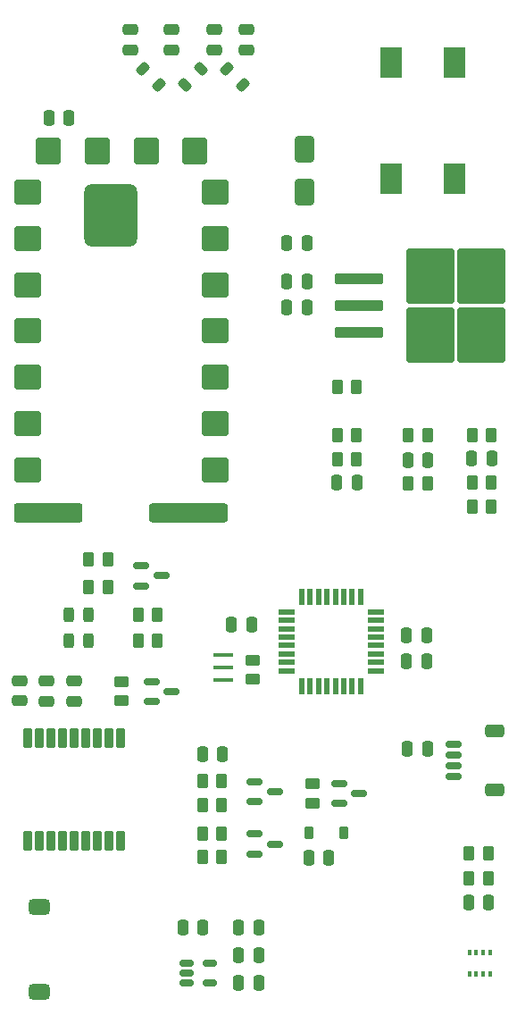
<source format=gbr>
%TF.GenerationSoftware,KiCad,Pcbnew,9.0.0*%
%TF.CreationDate,2025-06-23T20:21:27-05:00*%
%TF.ProjectId,ptFlex,7074466c-6578-42e6-9b69-6361645f7063,rev?*%
%TF.SameCoordinates,Original*%
%TF.FileFunction,Paste,Top*%
%TF.FilePolarity,Positive*%
%FSLAX46Y46*%
G04 Gerber Fmt 4.6, Leading zero omitted, Abs format (unit mm)*
G04 Created by KiCad (PCBNEW 9.0.0) date 2025-06-23 20:21:27*
%MOMM*%
%LPD*%
G01*
G04 APERTURE LIST*
G04 Aperture macros list*
%AMRoundRect*
0 Rectangle with rounded corners*
0 $1 Rounding radius*
0 $2 $3 $4 $5 $6 $7 $8 $9 X,Y pos of 4 corners*
0 Add a 4 corners polygon primitive as box body*
4,1,4,$2,$3,$4,$5,$6,$7,$8,$9,$2,$3,0*
0 Add four circle primitives for the rounded corners*
1,1,$1+$1,$2,$3*
1,1,$1+$1,$4,$5*
1,1,$1+$1,$6,$7*
1,1,$1+$1,$8,$9*
0 Add four rect primitives between the rounded corners*
20,1,$1+$1,$2,$3,$4,$5,0*
20,1,$1+$1,$4,$5,$6,$7,0*
20,1,$1+$1,$6,$7,$8,$9,0*
20,1,$1+$1,$8,$9,$2,$3,0*%
G04 Aperture macros list end*
%ADD10RoundRect,0.250000X0.262500X0.450000X-0.262500X0.450000X-0.262500X-0.450000X0.262500X-0.450000X0*%
%ADD11RoundRect,0.375000X0.625000X-0.375000X0.625000X0.375000X-0.625000X0.375000X-0.625000X-0.375000X0*%
%ADD12RoundRect,0.250000X-0.262500X-0.450000X0.262500X-0.450000X0.262500X0.450000X-0.262500X0.450000X0*%
%ADD13RoundRect,0.250000X0.250000X0.475000X-0.250000X0.475000X-0.250000X-0.475000X0.250000X-0.475000X0*%
%ADD14RoundRect,0.250000X-0.250000X-0.475000X0.250000X-0.475000X0.250000X0.475000X-0.250000X0.475000X0*%
%ADD15RoundRect,0.243750X-0.243750X-0.456250X0.243750X-0.456250X0.243750X0.456250X-0.243750X0.456250X0*%
%ADD16RoundRect,0.250000X-0.475000X0.250000X-0.475000X-0.250000X0.475000X-0.250000X0.475000X0.250000X0*%
%ADD17RoundRect,0.150000X-0.587500X-0.150000X0.587500X-0.150000X0.587500X0.150000X-0.587500X0.150000X0*%
%ADD18R,1.600000X0.550000*%
%ADD19R,0.550000X1.600000*%
%ADD20RoundRect,0.150000X-0.512500X-0.150000X0.512500X-0.150000X0.512500X0.150000X-0.512500X0.150000X0*%
%ADD21RoundRect,0.250000X0.475000X-0.250000X0.475000X0.250000X-0.475000X0.250000X-0.475000X-0.250000X0*%
%ADD22RoundRect,0.250000X0.450000X-0.262500X0.450000X0.262500X-0.450000X0.262500X-0.450000X-0.262500X0*%
%ADD23RoundRect,0.115000X1.135000X1.035000X-1.135000X1.035000X-1.135000X-1.035000X1.135000X-1.035000X0*%
%ADD24RoundRect,0.115000X1.035000X1.135000X-1.035000X1.135000X-1.035000X-1.135000X1.035000X-1.135000X0*%
%ADD25RoundRect,0.270000X3.480000X0.630000X-3.480000X0.630000X-3.480000X-0.630000X3.480000X-0.630000X0*%
%ADD26RoundRect,0.270000X2.980000X0.630000X-2.980000X0.630000X-2.980000X-0.630000X2.980000X-0.630000X0*%
%ADD27RoundRect,0.750000X1.750000X2.250000X-1.750000X2.250000X-1.750000X-2.250000X1.750000X-2.250000X0*%
%ADD28RoundRect,0.080000X0.320000X-0.820000X0.320000X0.820000X-0.320000X0.820000X-0.320000X-0.820000X0*%
%ADD29RoundRect,0.218750X-0.114905X0.424264X-0.424264X0.114905X0.114905X-0.424264X0.424264X-0.114905X0*%
%ADD30RoundRect,0.250000X-0.450000X0.262500X-0.450000X-0.262500X0.450000X-0.262500X0.450000X0.262500X0*%
%ADD31RoundRect,0.250000X-2.050000X-0.300000X2.050000X-0.300000X2.050000X0.300000X-2.050000X0.300000X0*%
%ADD32RoundRect,0.250000X-2.025000X-2.375000X2.025000X-2.375000X2.025000X2.375000X-2.025000X2.375000X0*%
%ADD33RoundRect,0.218750X0.424264X0.114905X0.114905X0.424264X-0.424264X-0.114905X-0.114905X-0.424264X0*%
%ADD34R,1.900000X0.400000*%
%ADD35R,2.000000X3.000000*%
%ADD36R,0.350000X0.500000*%
%ADD37RoundRect,0.225000X-0.225000X-0.375000X0.225000X-0.375000X0.225000X0.375000X-0.225000X0.375000X0*%
%ADD38RoundRect,0.250000X0.650000X-1.000000X0.650000X1.000000X-0.650000X1.000000X-0.650000X-1.000000X0*%
%ADD39RoundRect,0.150000X0.625000X-0.150000X0.625000X0.150000X-0.625000X0.150000X-0.625000X-0.150000X0*%
%ADD40RoundRect,0.250000X0.650000X-0.350000X0.650000X0.350000X-0.650000X0.350000X-0.650000X-0.350000X0*%
G04 APERTURE END LIST*
D10*
%TO.C,R11*%
X157508500Y-96146000D03*
X155683500Y-96146000D03*
%TD*%
D11*
%TO.C,ANT1*%
X120646000Y-136346000D03*
X120646000Y-144346000D03*
%TD*%
D12*
%TO.C,R14*%
X125333500Y-106046000D03*
X127158500Y-106046000D03*
%TD*%
%TO.C,R9*%
X161733500Y-98399333D03*
X163558500Y-98399333D03*
%TD*%
%TO.C,R20*%
X136133500Y-126646000D03*
X137958500Y-126646000D03*
%TD*%
D13*
%TO.C,C15*%
X138050000Y-121800000D03*
X136150000Y-121800000D03*
%TD*%
D14*
%TO.C,C10*%
X139596000Y-143546000D03*
X141496000Y-143546000D03*
%TD*%
D15*
%TO.C,D2*%
X123462500Y-111046000D03*
X125337500Y-111046000D03*
%TD*%
D12*
%TO.C,R18*%
X136133500Y-131546000D03*
X137958500Y-131546000D03*
%TD*%
D16*
%TO.C,C21*%
X140346000Y-53196000D03*
X140346000Y-55096000D03*
%TD*%
D13*
%TO.C,C18*%
X150796000Y-96139333D03*
X148896000Y-96139333D03*
%TD*%
%TO.C,C3*%
X146046000Y-77086000D03*
X144146000Y-77086000D03*
%TD*%
D12*
%TO.C,R12*%
X155683500Y-91646000D03*
X157508500Y-91646000D03*
%TD*%
%TO.C,R7*%
X161408500Y-133571000D03*
X163233500Y-133571000D03*
%TD*%
D17*
%TO.C,Q5*%
X141122526Y-124446000D03*
X141122526Y-126346000D03*
X142997526Y-125396000D03*
%TD*%
D18*
%TO.C,U3*%
X144096000Y-108346000D03*
X144096000Y-109146000D03*
X144096000Y-109946000D03*
X144096000Y-110746000D03*
X144096000Y-111546000D03*
X144096000Y-112346000D03*
X144096000Y-113146000D03*
X144096000Y-113946000D03*
D19*
X145546000Y-115396000D03*
X146346000Y-115396000D03*
X147146000Y-115396000D03*
X147946000Y-115396000D03*
X148746000Y-115396000D03*
X149546000Y-115396000D03*
X150346000Y-115396000D03*
X151146000Y-115396000D03*
D18*
X152596000Y-113946000D03*
X152596000Y-113146000D03*
X152596000Y-112346000D03*
X152596000Y-111546000D03*
X152596000Y-110746000D03*
X152596000Y-109946000D03*
X152596000Y-109146000D03*
X152596000Y-108346000D03*
D19*
X151146000Y-106896000D03*
X150346000Y-106896000D03*
X149546000Y-106896000D03*
X148746000Y-106896000D03*
X147946000Y-106896000D03*
X147146000Y-106896000D03*
X146346000Y-106896000D03*
X145546000Y-106896000D03*
%TD*%
D10*
%TO.C,R19*%
X137958500Y-129397526D03*
X136133500Y-129397526D03*
%TD*%
D13*
%TO.C,C1*%
X146046000Y-73386000D03*
X144146000Y-73386000D03*
%TD*%
D20*
%TO.C,U2*%
X134608500Y-141646000D03*
X134608500Y-142596000D03*
X134608500Y-143546000D03*
X136883500Y-143546000D03*
X136883500Y-141646000D03*
%TD*%
D14*
%TO.C,C2*%
X161696000Y-93846000D03*
X163596000Y-93846000D03*
%TD*%
D21*
%TO.C,C14*%
X123946000Y-116808500D03*
X123946000Y-114908500D03*
%TD*%
D10*
%TO.C,R10*%
X150758500Y-91616000D03*
X148933500Y-91616000D03*
%TD*%
D22*
%TO.C,R5*%
X146583500Y-126458500D03*
X146583500Y-124633500D03*
%TD*%
D21*
%TO.C,C19*%
X118846000Y-116796000D03*
X118846000Y-114896000D03*
%TD*%
D13*
%TO.C,C8*%
X146046000Y-79486000D03*
X144146000Y-79486000D03*
%TD*%
D17*
%TO.C,Q3*%
X131333500Y-114958500D03*
X131333500Y-116858500D03*
X133208500Y-115908500D03*
%TD*%
D14*
%TO.C,C13*%
X161371000Y-135871000D03*
X163271000Y-135871000D03*
%TD*%
D23*
%TO.C,U5*%
X119546000Y-94946000D03*
X119546000Y-90546000D03*
X119546000Y-86146000D03*
X119546000Y-81746000D03*
X119546000Y-77346000D03*
X119546000Y-72946000D03*
X119546000Y-68546000D03*
D24*
X121546000Y-64646000D03*
X126179334Y-64646000D03*
X130812667Y-64646000D03*
X135446000Y-64646000D03*
D23*
X137346000Y-68546000D03*
X137346000Y-72946000D03*
X137346000Y-77346000D03*
X137346000Y-81746000D03*
X137346000Y-86146000D03*
X137346000Y-90546000D03*
X137346000Y-94946000D03*
D25*
X134796000Y-98996000D03*
D26*
X121546000Y-98996000D03*
D27*
X127446000Y-70746000D03*
%TD*%
D12*
%TO.C,R1*%
X161733500Y-91569333D03*
X163558500Y-91569333D03*
%TD*%
D14*
%TO.C,C11*%
X139596000Y-140896000D03*
X141496000Y-140896000D03*
%TD*%
D28*
%TO.C,U4*%
X128346000Y-120346000D03*
X127246000Y-120346000D03*
X126146000Y-120346000D03*
X125046000Y-120346000D03*
X123946000Y-120346000D03*
X122846000Y-120346000D03*
X121746000Y-120346000D03*
X120646000Y-120346000D03*
X119546000Y-120346000D03*
X119546000Y-130046000D03*
X120646000Y-130046000D03*
X121746000Y-130046000D03*
X122846000Y-130046000D03*
X123946000Y-130046000D03*
X125046000Y-130046000D03*
X126146000Y-130046000D03*
X127246000Y-130046000D03*
X128346000Y-130046000D03*
%TD*%
D29*
%TO.C,L2*%
X135997301Y-56894699D03*
X134494699Y-58397301D03*
%TD*%
D22*
%TO.C,R17*%
X128446000Y-116771000D03*
X128446000Y-114946000D03*
%TD*%
D16*
%TO.C,C23*%
X133246000Y-53196000D03*
X133246000Y-55096000D03*
%TD*%
D30*
%TO.C,R8*%
X140896000Y-112933500D03*
X140896000Y-114758500D03*
%TD*%
D16*
%TO.C,C24*%
X129346000Y-53196000D03*
X129346000Y-55096000D03*
%TD*%
D10*
%TO.C,R3*%
X131858500Y-111046000D03*
X130033500Y-111046000D03*
%TD*%
%TO.C,R2*%
X163558500Y-96122666D03*
X161733500Y-96122666D03*
%TD*%
%TO.C,R16*%
X150758500Y-87046000D03*
X148933500Y-87046000D03*
%TD*%
D14*
%TO.C,C12*%
X139596000Y-138246000D03*
X141496000Y-138246000D03*
%TD*%
%TO.C,C25*%
X155496000Y-110596000D03*
X157396000Y-110596000D03*
%TD*%
D17*
%TO.C,Q2*%
X130371000Y-103996000D03*
X130371000Y-105896000D03*
X132246000Y-104946000D03*
%TD*%
D31*
%TO.C,U1*%
X150996000Y-76806000D03*
X150996000Y-79346000D03*
D32*
X157721000Y-76571000D03*
X157721000Y-82121000D03*
X162571000Y-76571000D03*
X162571000Y-82121000D03*
D31*
X150996000Y-81886000D03*
%TD*%
D14*
%TO.C,C9*%
X134296000Y-138246000D03*
X136196000Y-138246000D03*
%TD*%
%TO.C,C17*%
X155646000Y-93946000D03*
X157546000Y-93946000D03*
%TD*%
D10*
%TO.C,R21*%
X137958500Y-124396000D03*
X136133500Y-124396000D03*
%TD*%
D33*
%TO.C,L1*%
X139997301Y-58397301D03*
X138494699Y-56894699D03*
%TD*%
D34*
%TO.C,Y1*%
X138146000Y-114846000D03*
X138146000Y-113646000D03*
X138146000Y-112446000D03*
%TD*%
D33*
%TO.C,L3*%
X131997301Y-58397301D03*
X130494699Y-56894699D03*
%TD*%
D35*
%TO.C,J1*%
X160046000Y-67346000D03*
X154046000Y-67346000D03*
X154046000Y-56346000D03*
X160046000Y-56346000D03*
%TD*%
D14*
%TO.C,C4*%
X121596000Y-61546000D03*
X123496000Y-61546000D03*
%TD*%
%TO.C,C7*%
X146250000Y-131700000D03*
X148150000Y-131700000D03*
%TD*%
D10*
%TO.C,R4*%
X131858500Y-108646000D03*
X130033500Y-108646000D03*
%TD*%
D15*
%TO.C,D3*%
X123462500Y-108646000D03*
X125337500Y-108646000D03*
%TD*%
D36*
%TO.C,U6*%
X161471000Y-140621000D03*
X162121000Y-140621000D03*
X162771000Y-140621000D03*
X163421000Y-140621000D03*
X163421000Y-142671000D03*
X162771000Y-142671000D03*
X162121000Y-142671000D03*
X161471000Y-142671000D03*
%TD*%
D14*
%TO.C,C5*%
X155496000Y-112996000D03*
X157396000Y-112996000D03*
%TD*%
D12*
%TO.C,R13*%
X148933500Y-93922667D03*
X150758500Y-93922667D03*
%TD*%
%TO.C,R6*%
X161408500Y-131271000D03*
X163233500Y-131271000D03*
%TD*%
%TO.C,R15*%
X125333500Y-103346000D03*
X127158500Y-103346000D03*
%TD*%
D13*
%TO.C,C6*%
X140796000Y-109596000D03*
X138896000Y-109596000D03*
%TD*%
D37*
%TO.C,D4*%
X146233500Y-129246000D03*
X149533500Y-129246000D03*
%TD*%
D38*
%TO.C,D1*%
X145846000Y-68546000D03*
X145846000Y-64546000D03*
%TD*%
D17*
%TO.C,Q4*%
X141122526Y-129397526D03*
X141122526Y-131297526D03*
X142997526Y-130347526D03*
%TD*%
D13*
%TO.C,C16*%
X157496000Y-121346000D03*
X155596000Y-121346000D03*
%TD*%
D16*
%TO.C,C22*%
X137246000Y-53196000D03*
X137246000Y-55096000D03*
%TD*%
D17*
%TO.C,Q1*%
X149108500Y-124596000D03*
X149108500Y-126496000D03*
X150983500Y-125546000D03*
%TD*%
D39*
%TO.C,J3*%
X159971000Y-123946000D03*
X159971000Y-122946000D03*
X159971000Y-121946000D03*
X159971000Y-120946000D03*
D40*
X163846000Y-125246000D03*
X163846000Y-119646000D03*
%TD*%
D21*
%TO.C,C20*%
X121346000Y-116808500D03*
X121346000Y-114908500D03*
%TD*%
M02*

</source>
